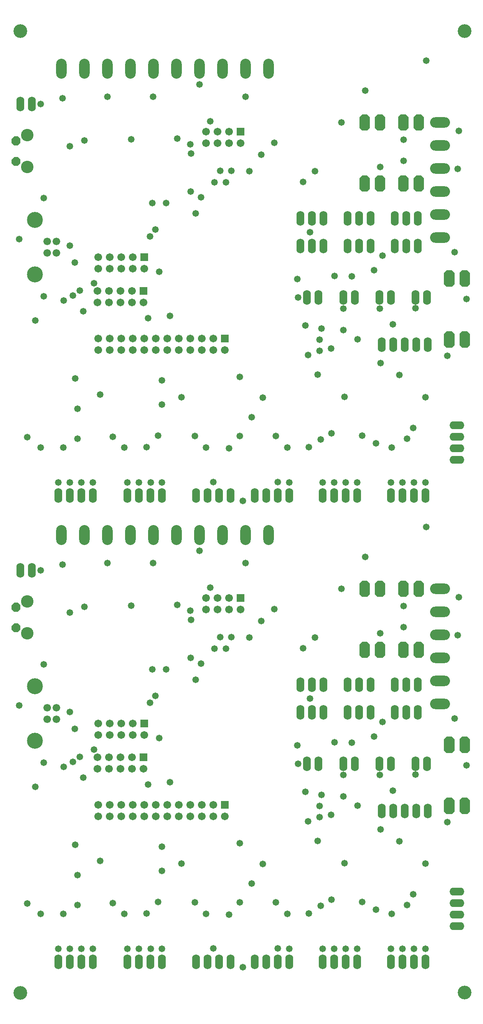
<source format=gbo>
G04 CAM350 V9.5 (Build 208) Date:  Fri Dec 30 15:14:26 2016 *
G04 Database: (Untitled) *
G04 Layer 8: BS *
%FSTAX35Y35*%
%MOIN*%
%SFA1.000B1.000*%

%MIA0B0*%
%IPPOS*%
%ADD253C,0.05800*%
%ADD286O,0.12800X0.06800*%
%ADD287O,0.17300X0.09050*%
%ADD289O,0.06800X0.12800*%
%ADD290C,0.06706*%
%ADD291R,0.06706X0.06706*%
%ADD292C,0.13850*%
%ADD293C,0.06600*%
%ADD294C,0.10800*%
%ADD296O,0.09050X0.17300*%
%ADD514C,0.11874*%
%LNBS*%
%LPD*%
G36*
X00035609Y00748894D02*
G01X00032379D01*
X00030094Y00751179*
Y00754409*
X00032379Y00756694*
X00035609*
X00037894Y00754409*
Y00751179*
X00035609Y00748894*
G37*
G36*
Y00731094D02*
G01X00032379D01*
X00030094Y00733379*
Y00736609*
X00032379Y00738894*
X00035609*
X00037894Y00736609*
Y00733379*
X00035609Y00731094*
G37*
G36*
Y00343894D02*
G01X00032379D01*
X00030094Y00346179*
Y00349409*
X00032379Y00351694*
X00035609*
X00037894Y00349409*
Y00346179*
X00035609Y00343894*
G37*
G36*
Y00326094D02*
G01X00032379D01*
X00030094Y00328379*
Y00331609*
X00032379Y00333894*
X00035609*
X00037894Y00331609*
Y00328379*
X00035609Y00326094*
G37*
G36*
X00426101Y00587322D02*
G01X00428376Y00585047D01*
Y00575497*
X00426101Y00573222*
X00421551*
X00419276Y00575497*
Y00585047*
X00421551Y00587322*
X00426101*
G37*
G36*
X00412701D02*
G01X00414976Y00585047D01*
Y00575497*
X00412701Y00573222*
X00408151*
X00405876Y00575497*
Y00585047*
X00408151Y00587322*
X00412701*
G37*
G36*
Y00640322D02*
G01X00414976Y00638047D01*
Y00628497*
X00412701Y00626222*
X00408151*
X00405876Y00628497*
Y00638047*
X00408151Y00640322*
X00412701*
G37*
G36*
X00426101D02*
G01X00428376Y00638047D01*
Y00628497*
X00426101Y00626222*
X00421551*
X00419276Y00628497*
Y00638047*
X00421551Y00640322*
X00426101*
G37*
G36*
X00372769Y00722844D02*
G01X00375044Y00720569D01*
Y00711019*
X00372769Y00708744*
X00368219*
X00365944Y00711019*
Y00720569*
X00368219Y00722844*
X00372769*
G37*
G36*
X00386169D02*
G01X00388444Y00720569D01*
Y00711019*
X00386169Y00708744*
X00381619*
X00379344Y00711019*
Y00720569*
X00381619Y00722844*
X00386169*
G37*
G36*
Y00775844D02*
G01X00388444Y00773569D01*
Y00764019*
X00386169Y00761744*
X00381619*
X00379344Y00764019*
Y00773569*
X00381619Y00775844*
X00386169*
G37*
G36*
X00372769D02*
G01X00375044Y00773569D01*
Y00764019*
X00372769Y00761744*
X00368219*
X00365944Y00764019*
Y00773569*
X00368219Y00775844*
X00372769*
G37*
G36*
X00339169Y00722844D02*
G01X00341444Y00720569D01*
Y00711019*
X00339169Y00708744*
X00334619*
X00332344Y00711019*
Y00720569*
X00334619Y00722844*
X00339169*
G37*
G36*
X00352569D02*
G01X00354844Y00720569D01*
Y00711019*
X00352569Y00708744*
X00348019*
X00345744Y00711019*
Y00720569*
X00348019Y00722844*
X00352569*
G37*
G36*
Y00775844D02*
G01X00354844Y00773569D01*
Y00764019*
X00352569Y00761744*
X00348019*
X00345744Y00764019*
Y00773569*
X00348019Y00775844*
X00352569*
G37*
G36*
X00339169D02*
G01X00341444Y00773569D01*
Y00764019*
X00339169Y00761744*
X00334619*
X00332344Y00764019*
Y00773569*
X00334619Y00775844*
X00339169*
G37*
G36*
X00426101Y00182322D02*
G01X00428376Y00180047D01*
Y00170497*
X00426101Y00168222*
X00421551*
X00419276Y00170497*
Y00180047*
X00421551Y00182322*
X00426101*
G37*
G36*
X00412701D02*
G01X00414976Y00180047D01*
Y00170497*
X00412701Y00168222*
X00408151*
X00405876Y00170497*
Y00180047*
X00408151Y00182322*
X00412701*
G37*
G36*
Y00235322D02*
G01X00414976Y00233047D01*
Y00223497*
X00412701Y00221222*
X00408151*
X00405876Y00223497*
Y00233047*
X00408151Y00235322*
X00412701*
G37*
G36*
X00426101D02*
G01X00428376Y00233047D01*
Y00223497*
X00426101Y00221222*
X00421551*
X00419276Y00223497*
Y00233047*
X00421551Y00235322*
X00426101*
G37*
G36*
X00372769Y00317844D02*
G01X00375044Y00315569D01*
Y00306019*
X00372769Y00303744*
X00368219*
X00365944Y00306019*
Y00315569*
X00368219Y00317844*
X00372769*
G37*
G36*
X00386169D02*
G01X00388444Y00315569D01*
Y00306019*
X00386169Y00303744*
X00381619*
X00379344Y00306019*
Y00315569*
X00381619Y00317844*
X00386169*
G37*
G36*
Y00370844D02*
G01X00388444Y00368569D01*
Y00359019*
X00386169Y00356744*
X00381619*
X00379344Y00359019*
Y00368569*
X00381619Y00370844*
X00386169*
G37*
G36*
X00372769D02*
G01X00375044Y00368569D01*
Y00359019*
X00372769Y00356744*
X00368219*
X00365944Y00359019*
Y00368569*
X00368219Y00370844*
X00372769*
G37*
G36*
X00339169Y00317844D02*
G01X00341444Y00315569D01*
Y00306019*
X00339169Y00303744*
X00334619*
X00332344Y00306019*
Y00315569*
X00334619Y00317844*
X00339169*
G37*
G36*
X00352569D02*
G01X00354844Y00315569D01*
Y00306019*
X00352569Y00303744*
X00348019*
X00345744Y00306019*
Y00315569*
X00348019Y00317844*
X00352569*
G37*
G36*
Y00370844D02*
G01X00354844Y00368569D01*
Y00359019*
X00352569Y00356744*
X00348019*
X00345744Y00359019*
Y00368569*
X00348019Y00370844*
X00352569*
G37*
G36*
X00339169D02*
G01X00341444Y00368569D01*
Y00359019*
X00339169Y00356744*
X00334619*
X00332344Y00359019*
Y00368569*
X00334619Y00370844*
X00339169*
G37*
G54D253*
X00247036Y00335621D03*
X00258414Y00346157D03*
X00389896Y00051143D03*
X00379891Y00051113D03*
X00369907Y00051142D03*
X00359908Y0005113D03*
X00379265Y00098567D03*
X00373606Y00089216D03*
X00360542Y0008159D03*
X00346721Y00084985D03*
X00334803Y00091615D03*
X00330411Y00051165D03*
X00320387Y00051174D03*
X00310394Y00051084D03*
X0030039Y00050975D03*
X00350789Y00154848D03*
X00370794Y00348794D03*
X00350594Y00324994D03*
X00370794Y00330294D03*
X00417794Y00323594D03*
X00337494Y00391494D03*
X00425494Y00210394D03*
X0003677Y00262492D03*
X00080807Y00256791D03*
X00193494Y00396894D03*
X00408699Y00161069D03*
X00415094Y00251094D03*
X00316794Y00363894D03*
X00055294Y00379894D03*
X00293894Y00321594D03*
X00390501Y00417476D03*
X00287894Y00161944D03*
X00330906Y00175492D03*
X00074394Y00384894D03*
X00113394Y00385994D03*
X00153094D03*
X00233294D03*
X00418694Y00356494D03*
X00230942Y00035181D03*
X00205544Y00051563D03*
X00271425Y00051258D03*
X00261349Y00051298D03*
X00285275Y00187397D03*
X00283294Y00312154D03*
X00189994Y00284694D03*
X00221194Y00321694D03*
X00216294Y00311694D03*
X00211294Y00321694D03*
X00206294Y00311694D03*
X00160908Y00051227D03*
X00150944Y00051241D03*
X00140838Y00051252D03*
X00130909Y00051162D03*
X00100914Y00051134D03*
X00090895Y000511D03*
X00080905Y0005112D03*
X00070901Y00051149D03*
X00087388Y00089011D03*
X00075041Y00081416D03*
X00055295Y00081295D03*
X00043647Y0009043D03*
X00157444Y00091891D03*
X00147342Y00081898D03*
X00128047Y00081284D03*
X00118261Y00090663D03*
X00228377Y00091512D03*
X00219028Y00080757D03*
X00199236Y00081488D03*
X00189394Y00091516D03*
X00308007Y00093834D03*
X00298639Y00088481D03*
X00288531Y00081826D03*
X00269667Y00081303D03*
X00259876Y0009135D03*
X00389809Y00125055D03*
X00367075Y00144341D03*
X00361504Y00188365D03*
X00307894Y00167294D03*
X00296205Y00144629D03*
X00297894Y00175094D03*
X00299568Y00184917D03*
X00318332Y00183415D03*
X00319328Y00125546D03*
X00297894Y00165394D03*
X00248411Y00124677D03*
X00238794Y00107794D03*
X00228457Y00142767D03*
X00160851Y00139872D03*
X00177699Y00125205D03*
X00160614Y00118659D03*
X00107161Y00127528D03*
X00087282Y00115202D03*
X00085308Y00141345D03*
X00349942Y0020203D03*
X0031841Y00202255D03*
X00279124Y00211723D03*
X0014888Y00193661D03*
X00167833Y00195627D03*
X0005062Y00191674D03*
X00092558Y00199893D03*
X00381209Y00202391D03*
X0035257Y00248003D03*
X0034505Y00235282D03*
X00325932Y00230006D03*
X00310921Y00230592D03*
X00278488Y00227925D03*
X00158558Y0023411D03*
X00101754Y00223988D03*
X00089589Y00217751D03*
X00083514Y00213566D03*
X0007533Y00209167D03*
X00058003Y00212765D03*
X00085219Y00242131D03*
X00150391Y002647D03*
X0015508Y00270862D03*
X00194744Y00298882D03*
X00185927Y00303907D03*
X0023683Y00321511D03*
X00202868Y00364819D03*
X00164413Y0029369D03*
X00152281Y00293897D03*
X00186175Y00336923D03*
X00185375Y00344918D03*
X00174261Y00349621D03*
X0013424Y00349003D03*
X00093594Y00348149D03*
X0008073Y00343089D03*
X00057977Y00298222D03*
X0028932Y00268438D03*
X00247036Y00740621D03*
X00258414Y00751157D03*
X00389896Y00456143D03*
X00379891Y00456113D03*
X00369907Y00456142D03*
X00359908Y0045613D03*
X00379265Y00503567D03*
X00373606Y00494216D03*
X00360542Y0048659D03*
X00346721Y00489985D03*
X00334803Y00496615D03*
X00330411Y00456165D03*
X00320387Y00456174D03*
X00310394Y00456084D03*
X0030039Y00455975D03*
X00350789Y00559848D03*
X00370794Y00753794D03*
X00350594Y00729994D03*
X00370794Y00735294D03*
X00417794Y00728594D03*
X00337494Y00796494D03*
X00425494Y00615394D03*
X0003677Y00667492D03*
X00080807Y00661791D03*
X00193494Y00801894D03*
X00408699Y00566069D03*
X00415094Y00656094D03*
X00316794Y00768894D03*
X00055294Y00784894D03*
X00293894Y00726594D03*
X00390501Y00822476D03*
X00287894Y00566944D03*
X00330906Y00580492D03*
X00074394Y00789894D03*
X00113394Y00790994D03*
X00153094D03*
X00233294D03*
X00418694Y00761494D03*
X00230942Y00440181D03*
X00205544Y00456563D03*
X00271425Y00456258D03*
X00261349Y00456298D03*
X00285275Y00592397D03*
X00283294Y00717154D03*
X00189994Y00689694D03*
X00221194Y00726694D03*
X00216294Y00716694D03*
X00211294Y00726694D03*
X00206294Y00716694D03*
X00160908Y00456227D03*
X00150944Y00456241D03*
X00140838Y00456252D03*
X00130909Y00456162D03*
X00100914Y00456134D03*
X00090895Y00456101D03*
X00080905Y00456119D03*
X00070901Y00456149D03*
X00087388Y00494011D03*
X00075041Y00486416D03*
X00055295Y00486295D03*
X00043647Y0049543D03*
X00157444Y00496891D03*
X00147342Y00486898D03*
X00128047Y00486284D03*
X00118261Y00495663D03*
X00228377Y00496512D03*
X00219028Y00485757D03*
X00199236Y00486488D03*
X00189394Y00496516D03*
X00308007Y00498834D03*
X00298639Y00493481D03*
X00288531Y00486826D03*
X00269667Y00486303D03*
X00259876Y0049635D03*
X00389809Y00530055D03*
X00367075Y00549341D03*
X00361504Y00593365D03*
X00307894Y00572294D03*
X00296205Y00549629D03*
X00297894Y00580094D03*
X00299568Y00589917D03*
X00318332Y00588415D03*
X00319328Y00530546D03*
X00297894Y00570394D03*
X00248411Y00529677D03*
X00238794Y00512794D03*
X00228457Y00547767D03*
X00160851Y00544872D03*
X00177699Y00530204D03*
X00160614Y0052366D03*
X00107161Y00532528D03*
X00087282Y00520202D03*
X00085308Y00546345D03*
X00349942Y0060703D03*
X0031841Y00607255D03*
X00279124Y00616723D03*
X0014888Y00598661D03*
X00167833Y00600627D03*
X0005062Y00596674D03*
X00092558Y00604893D03*
X00381209Y00607391D03*
X0035257Y00653003D03*
X0034505Y00640282D03*
X00325932Y00635006D03*
X00310921Y00635592D03*
X00278488Y00632926D03*
X00158558Y0063911D03*
X00101754Y00628988D03*
X00089589Y00622751D03*
X00083514Y00618566D03*
X0007533Y00614167D03*
X00058003Y00617765D03*
X00085219Y00647131D03*
X00150391Y006697D03*
X0015508Y00675862D03*
X00194744Y00703882D03*
X00185927Y00708907D03*
X0023683Y0072651D03*
X00202868Y00769819D03*
X00164413Y0069869D03*
X00152281Y00698897D03*
X00186175Y00741923D03*
X00185375Y00749918D03*
X00174261Y00754621D03*
X0013424Y00754003D03*
X00093594Y00753149D03*
X0008073Y00748089D03*
X00057977Y00703222D03*
X0028932Y00673438D03*
G54D289*
X00381194Y00211694D03*
X00391194D03*
X00359894D03*
X00349894D03*
X00037794Y00379894D03*
X00047794D03*
X00296694Y00211694D03*
X00286694D03*
X00318394D03*
X00328394D03*
X00342144Y00280294D03*
X00332144D03*
X00322144D03*
X00363194D03*
X00373194D03*
X00383194D03*
X00301094D03*
X00291094D03*
X00281094D03*
X00383194Y00256294D03*
X00373194D03*
X00363194D03*
X00322144D03*
X00332144D03*
X00342144D03*
X00301094D03*
X00291094D03*
X00281094D03*
X00359894Y00039894D03*
X00369894D03*
X00379894D03*
X00389894D03*
X00300394D03*
X00310394D03*
X00320394D03*
X00330394D03*
X00190394D03*
X00200394D03*
X00210394D03*
X00220394D03*
X00241394D03*
X00251394D03*
X00261394D03*
X00271394D03*
X00130894D03*
X00140894D03*
X00150894D03*
X00160894D03*
X00100894D03*
X00090894D03*
X00080894D03*
X00070894D03*
X00381894Y00170894D03*
X00371894D03*
X00361894D03*
X00351894D03*
X00391894D03*
X00381194Y00616694D03*
X00391194D03*
X00359894D03*
X00349894D03*
X00037794Y00784894D03*
X00047794D03*
X00296694Y00616694D03*
X00286694D03*
X00318394D03*
X00328394D03*
X00342144Y00685294D03*
X00332144D03*
X00322144D03*
X00363194D03*
X00373194D03*
X00383194D03*
X00301094D03*
X00291094D03*
X00281094D03*
X00383194Y00661294D03*
X00373194D03*
X00363194D03*
X00322144D03*
X00332144D03*
X00342144D03*
X00301094D03*
X00291094D03*
X00281094D03*
X00359894Y00444894D03*
X00369894D03*
X00379894D03*
X00389894D03*
X00300394D03*
X00310394D03*
X00320394D03*
X00330394D03*
X00190394D03*
X00200394D03*
X00210394D03*
X00220394D03*
X00241394D03*
X00251394D03*
X00261394D03*
X00271394D03*
X00130894D03*
X00140894D03*
X00150894D03*
X00160894D03*
X00100894D03*
X00090894D03*
X00080894D03*
X00070894D03*
X00381894Y00575894D03*
X00371894D03*
X00361894D03*
X00351894D03*
X00391894D03*
G54D290*
X00199194Y00345694D03*
Y00355694D03*
X00209194Y00345694D03*
Y00355694D03*
X00219194Y00345694D03*
Y00355694D03*
X00229194Y00345694D03*
X00215494Y00165994D03*
X00205494Y00175994D03*
Y00165994D03*
X00195494Y00175994D03*
Y00165994D03*
X00185494Y00175994D03*
Y00165994D03*
X00175494Y00175994D03*
Y00165994D03*
X00165494Y00175994D03*
Y00165994D03*
X00155494Y00175994D03*
Y00165994D03*
X00145494Y00175994D03*
Y00165994D03*
X00135494Y00175994D03*
Y00165994D03*
X00125494Y00175994D03*
Y00165994D03*
X00115494Y00175994D03*
Y00165994D03*
X00105494Y00175994D03*
Y00165994D03*
X00104694Y00207394D03*
Y00217394D03*
X00114694Y00207394D03*
Y00217394D03*
X00124694Y00207394D03*
Y00217394D03*
X00134694Y00207394D03*
Y00217394D03*
X00144694Y00207394D03*
X00105494Y00236894D03*
Y00246894D03*
X00115494Y00236894D03*
Y00246894D03*
X00125494Y00236894D03*
Y00246894D03*
X00135494Y00236894D03*
Y00246894D03*
X00145494Y00236894D03*
X00199194Y00750694D03*
Y00760694D03*
X00209194Y00750694D03*
Y00760694D03*
X00219194Y00750694D03*
Y00760694D03*
X00229194Y00750694D03*
X00215494Y00570994D03*
X00205494Y00580994D03*
Y00570994D03*
X00195494Y00580994D03*
Y00570994D03*
X00185494Y00580994D03*
Y00570994D03*
X00175494Y00580994D03*
Y00570994D03*
X00165494Y00580994D03*
Y00570994D03*
X00155494Y00580994D03*
Y00570994D03*
X00145494Y00580994D03*
Y00570994D03*
X00135494Y00580994D03*
Y00570994D03*
X00125494Y00580994D03*
Y00570994D03*
X00115494Y00580994D03*
Y00570994D03*
X00105494Y00580994D03*
Y00570994D03*
X00104694Y00612394D03*
Y00622394D03*
X00114694Y00612394D03*
Y00622394D03*
X00124694Y00612394D03*
Y00622394D03*
X00134694Y00612394D03*
Y00622394D03*
X00144694Y00612394D03*
X00105494Y00641894D03*
Y00651894D03*
X00115494Y00641894D03*
Y00651894D03*
X00125494Y00641894D03*
Y00651894D03*
X00135494Y00641894D03*
Y00651894D03*
X00145494Y00641894D03*
G54D291*
X00229194Y00355694D03*
X00215494Y00175994D03*
X00144694Y00217394D03*
X00145494Y00246894D03*
X00229194Y00760694D03*
X00215494Y00580994D03*
X00144694Y00622394D03*
X00145494Y00651894D03*
G54D292*
X00050394Y00231694D03*
Y00279016D03*
Y00636694D03*
Y00684016D03*
G54D293*
X00061094Y00250394D03*
Y00260315D03*
X00068994D03*
Y00250394D03*
X00061094Y00655394D03*
Y00665315D03*
X00068994D03*
Y00655394D03*
G54D294*
X00043794Y00325094D03*
Y00352694D03*
Y00730094D03*
Y00757694D03*
G54D296*
X00073394Y00410594D03*
X00093394D03*
X00113394D03*
X00133394D03*
X00153394D03*
X00173394D03*
X00193394D03*
X00213394D03*
X00233394D03*
X00253394D03*
X00073394Y00815594D03*
X00093394D03*
X00113394D03*
X00133394D03*
X00153394D03*
X00173394D03*
X00193394D03*
X00213394D03*
X00233394D03*
X00253394D03*
G54D286*
X00417194Y00100894D03*
Y00090894D03*
Y00080894D03*
Y00070894D03*
Y00505894D03*
Y00495894D03*
Y00485894D03*
Y00475894D03*
G54D287*
X00402457Y00263642D03*
Y00283642D03*
Y00303642D03*
Y00323642D03*
Y00363642D03*
Y00343642D03*
Y00668642D03*
Y00688642D03*
Y00708642D03*
Y00728642D03*
Y00768642D03*
Y00748642D03*
G54D514*
X00037894Y00012894D03*
Y00012894D03*
Y00012894D03*
Y00012894D03*
X0042378Y00013189D03*
Y00013189D03*
Y00013189D03*
Y00013189D03*
Y00847974D03*
Y00847974D03*
Y00847974D03*
Y00847974D03*
X00037894D03*
Y00847974D03*
Y00847974D03*
Y00847974D03*
M02*

</source>
